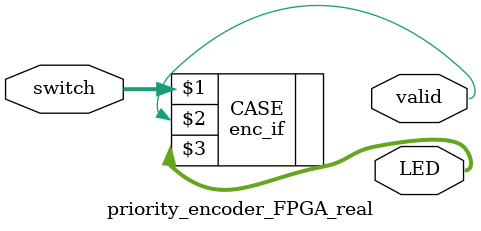
<source format=v>
module priority_encoder_FPGA_real(input [7:0] switch, output [2:0] LED, output valid);
    enc_if CASE(switch[7:0],valid,LED[2:0]);   // connect the DUTendmodule
endmodule
</source>
